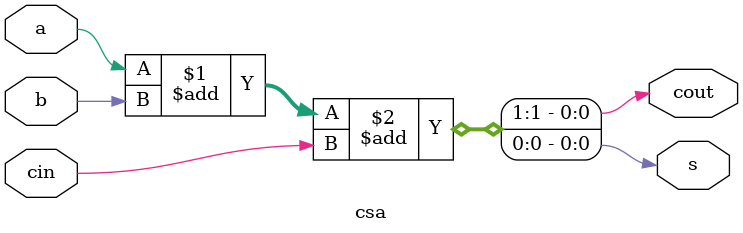
<source format=v>
`include "defines.v"
module mul(
    input wire [31:0] mul1, //数1
    input wire [31:0] mul2, //数2
    output wire [31:0] mulans//结果
);
	// //验证部分
    // wire [63:0]  cmpans;
    // wire [63:0]  A_cmp;
    // wire [63:0]  B_cmp;
    // assign A_cmp = {{32{mul1[31]}},mul1};
    // assign B_cmp = {{32{mul2[31]}},mul2};

    // assign cmpans = A_cmp*B_cmp;
    // assign cmpans = ans;
	wire [63:0]ans;
    wire [31: 0] A;  
    wire [31: 0] A_w;   
    wire [31: 0] A_2; 
    wire [31: 0] revA;
    wire [31: 0] rev2A;
    wire [31: 0] B;
    wire [31: 0] B_w;
    wire [63: 0] Nsum [15: 0];//booth中的 16个x添加数
    wire [64: 0] Csum [16: 0];
    wire [63: 0] Ssum [16: 0];
    wire [ 2: 0] y[31: 0];//booth算法三位符号位组合
    assign A = mul1; //乘数1
    assign revA = ~A; //A的反码
    assign A_2  = ~(A<<1); //A *2 取反
    assign rev2A= A_2; 
    assign B = mul2; //乘数2
	
	//循环例化
    genvar i;
    genvar j;
    generate 
        assign y[1] = {B[1],B[0],1'b0};//迭代初值
        for(i=3;i<=31;i=i+2)begin//16组使用的y[ , ,]
            assign y[i]= {B[i],B[i-1],B[i-2]};//y3 y2 y1
        end
    endgenerate
    generate 
        for(i=1;i<=16;i=i+1)begin
            assign  Nsum[i-1] = {64{y[2*i-1]==3'b000}} & 64'b0 | //000 + 0 //含进位
								{64{y[2*i-1]==3'b001}} & {{34-2*i{A[31]}},A,{2*i-2{1'b0}}} | // 001 + [x]补
                                {64{y[2*i-1]==3'b010}} & {{34-2*i{A[31]}},A,{2*i-2{1'b0}}} | // 010 + [x]补
                                {64{y[2*i-1]==3'b011}} & {{33-2*i{A[31]}},A,{2*i-1{1'b0}}} | // 011 + 2[x]补
                                {64{y[2*i-1]==3'b100}} & {{34-2*i{rev2A[31]}},rev2A,{2*i-2{1'b1}}} | // 100 + -2[x]补
                                {64{y[2*i-1]==3'b101}} & {{34-2*i{revA[31]}}, revA,{2*i-2{1'b1}}} | // 101 + -[x]补
                                {64{y[2*i-1]==3'b110}} & {{34-2*i{revA[31]}}, revA,{2*i-2{1'b1}}} | // 110 + -[x]补
                                {64{y[2*i-1]==3'b111}} & 64'b0;		// 111 + 0
            assign  Csum[i-1][0] = { 1{y[2*i-1]==3'b100}} & 1'b1 |		//减法标志 ？						
                                   { 1{y[2*i-1]==3'b101}} & 1'b1 |
                                   { 1{y[2*i-1]==3'b110}} & 1'b1;                  
        end
    endgenerate
    assign Csum[16][0] = 1'b0; //？
    generate 
        for(i=1;i<=64;i=i+1)begin
			//前八项
            csa  csa0(.a(Nsum[  0][i-1]),.b(Nsum[  1][i-1]),.cin(Nsum[  2][i-1]),.s(Ssum[ 0][i-1]),.cout(Csum[ 0][i]));
            csa  csa1(.a(Nsum[  3][i-1]),.b(Nsum[  4][i-1]),.cin(Nsum[  5][i-1]),.s(Ssum[ 1][i-1]),.cout(Csum[ 1][i]));
            csa  csa2(.a(Nsum[  6][i-1]),.b(Nsum[  7][i-1]),.cin(Nsum[  8][i-1]),.s(Ssum[ 2][i-1]),.cout(Csum[ 2][i]));
			//后八项
            csa  csa3(.a(Nsum[  9][i-1]),.b(Nsum[ 10][i-1]),.cin(Nsum[ 11][i-1]),.s(Ssum[ 3][i-1]),.cout(Csum[ 3][i]));
            csa  csa4(.a(Nsum[ 12][i-1]),.b(Nsum[ 13][i-1]),.cin(Nsum[ 14][i-1]),.s(Ssum[ 4][i-1]),.cout(Csum[ 4][i]));
            csa  csa5(.a(Nsum[ 15][i-1]),.b(1'b0          ),.cin(1'b0          ),.s(Ssum[ 5][i-1]),.cout(Csum[ 5][i]));//首层十六项 16/3 = 6
			
            csa  csa6(.a(Ssum[  0][i-1]),.b(Ssum[  1][i-1]),.cin(Ssum[  2][i-1]),.s(Ssum[ 6][i-1]),.cout(Csum[ 6][i]));
            csa  csa7(.a(Ssum[  3][i-1]),.b(Ssum[  4][i-1]),.cin(Ssum[  5][i-1]),.s(Ssum[ 7][i-1]),.cout(Csum[ 7][i]));//二层六项
			
            csa  csa8(.a(Csum[  0][i-1]),.b(Csum[  1][i-1]),.cin(Csum[  2][i-1]),.s(Ssum[ 8][i-1]),.cout(Csum[ 8][i]));//前八项进位和 S8
            csa  csa9(.a(Csum[  3][i-1]),.b(Csum[  4][i-1]),.cin(Csum[  5][i-1]),.s(Ssum[ 9][i-1]),.cout(Csum[ 9][i]));//后八项进位和 S9 *
			
            csa csa10(.a(Ssum[  6][i-1]),.b(Ssum[  7][i-1]),.cin(Ssum[  8][i-1]),.s(Ssum[10][i-1]),.cout(Csum[10][i]));
            csa csa11(.a(Ssum[  9][i-1]),.b(Csum[  6][i-1]),.cin(Csum[  7][i-1]),.s(Ssum[11][i-1]),.cout(Csum[11][i]));//所有二层
			
            csa csa12(.a(Csum[  8][i-1]),.b(Csum[  9][i-1]),.cin(1'b0),.s(Ssum[12][i-1]),.cout(Csum[12][i]));//** 到*
            csa csa13(.a(Ssum[ 10][i-1]),.b(Ssum[ 11][i-1]),.cin(Ssum[ 12][i-1]),.s(Ssum[13][i-1]),.cout(Csum[13][i]));
            csa csa14(.a(Csum[ 10][i-1]),.b(Csum[ 11][i-1]),.cin(Csum[ 12][i-1]),.s(Ssum[14][i-1]),.cout(Csum[14][i]));//到*
			
            csa csa15(.a(Ssum[ 13][i-1]),.b(Ssum[ 14][i-1]),.cin(Csum[ 13][i-1]),.s(Ssum[15][i-1]),.cout(Csum[15][i]));
            csa csa16(.a(Ssum[ 15][i-1]),.b(Csum[ 14][i-1]),.cin(Csum[ 15][i-1]),.s(Ssum[16][i-1]),.cout(Csum[16][i]));
        end
    endgenerate
    assign ans = (Ssum[16] + Csum[16]);
	assign mulans = ans[31:0] ;
endmodule

module csa( //全加器
    input wire a,
    input wire b,
    input wire cin,
    output wire s,
    output wire cout
);
    assign {cout,s} = a+b+cin;
endmodule

</source>
